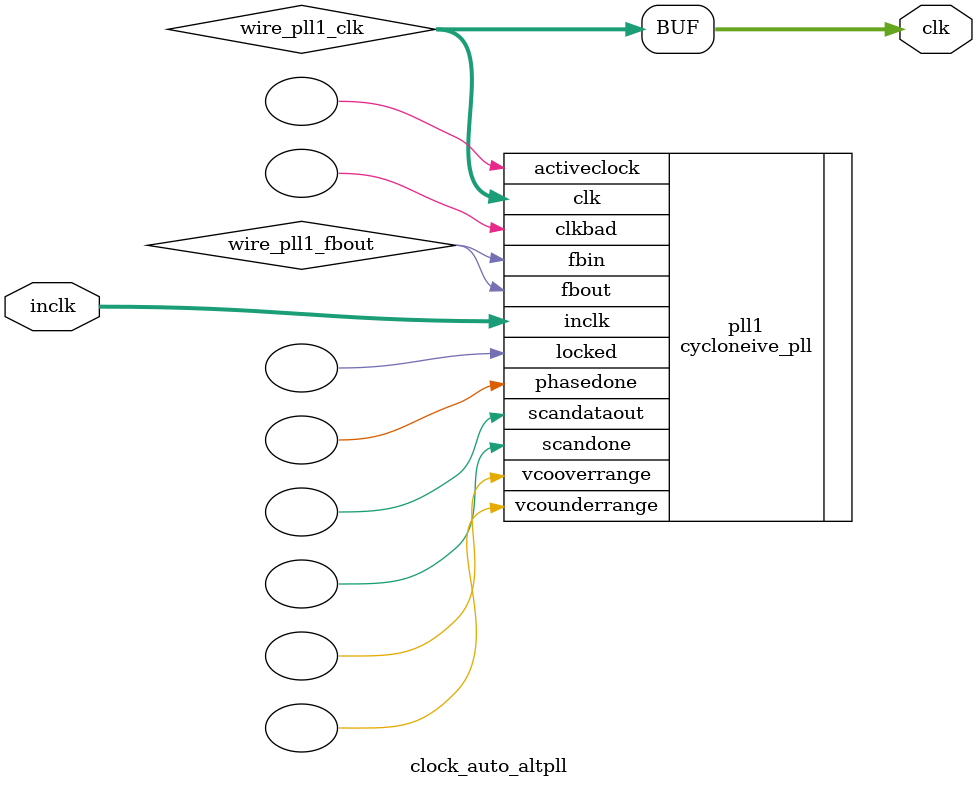
<source format=v>






//synthesis_resources = cycloneive_pll 1 
//synopsys translate_off
`timescale 1 ps / 1 ps
//synopsys translate_on
module  clock_auto_altpll
	( 
	clk,
	inclk) /* synthesis synthesis_clearbox=1 */;
	output   [4:0]  clk;
	input   [1:0]  inclk;
`ifndef ALTERA_RESERVED_QIS
// synopsys translate_off
`endif
	tri0   [1:0]  inclk;
`ifndef ALTERA_RESERVED_QIS
// synopsys translate_on
`endif

	wire  [4:0]   wire_pll1_clk;
	wire  wire_pll1_fbout;

	cycloneive_pll   pll1
	( 
	.activeclock(),
	.clk(wire_pll1_clk),
	.clkbad(),
	.fbin(wire_pll1_fbout),
	.fbout(wire_pll1_fbout),
	.inclk(inclk),
	.locked(),
	.phasedone(),
	.scandataout(),
	.scandone(),
	.vcooverrange(),
	.vcounderrange()
	`ifndef FORMAL_VERIFICATION
	// synopsys translate_off
	`endif
	,
	.areset(1'b0),
	.clkswitch(1'b0),
	.configupdate(1'b0),
	.pfdena(1'b1),
	.phasecounterselect({3{1'b0}}),
	.phasestep(1'b0),
	.phaseupdown(1'b0),
	.scanclk(1'b0),
	.scanclkena(1'b1),
	.scandata(1'b0)
	`ifndef FORMAL_VERIFICATION
	// synopsys translate_on
	`endif
	);
	defparam
		pll1.bandwidth_type = "auto",
		pll1.clk0_divide_by = 50000000,
		pll1.clk0_duty_cycle = 50,
		pll1.clk0_multiply_by = 100000000,
		pll1.clk0_phase_shift = "0",
		pll1.compensate_clock = "clk0",
		pll1.inclk0_input_frequency = 20000,
		pll1.operation_mode = "normal",
		pll1.pll_type = "auto",
		pll1.self_reset_on_loss_lock = "off",
		pll1.lpm_type = "cycloneive_pll";
	assign
		clk = {wire_pll1_clk[4:0]};
endmodule //clock_auto_altpll
//VALID FILE

</source>
